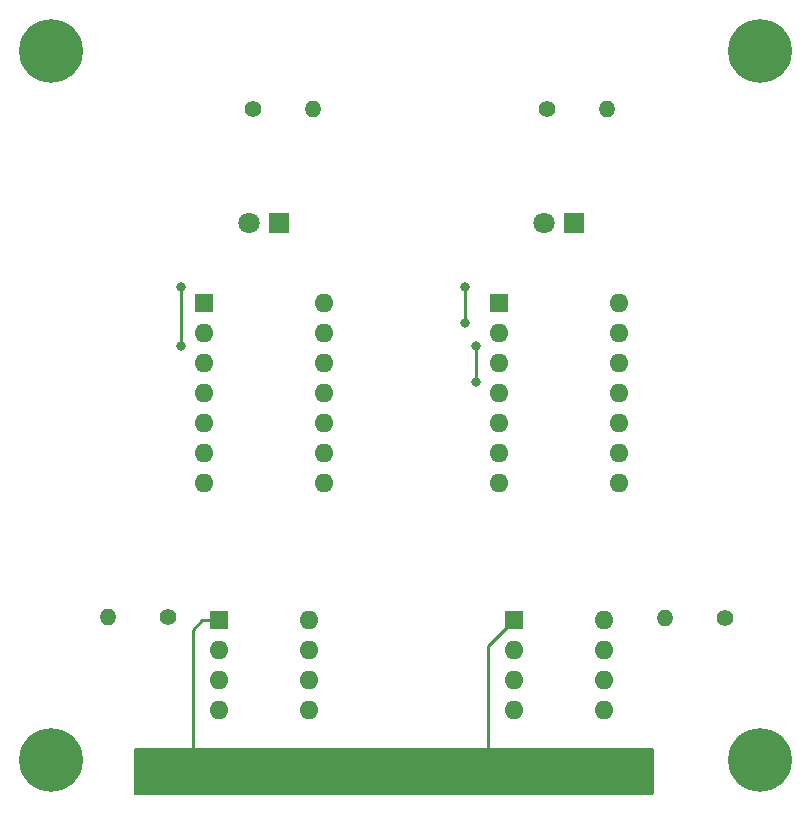
<source format=gbr>
%TF.GenerationSoftware,KiCad,Pcbnew,7.0.7*%
%TF.CreationDate,2023-10-30T18:48:05-04:00*%
%TF.ProjectId,TEJ4M-Unit-4-07,54454a34-4d2d-4556-9e69-742d342d3037,rev?*%
%TF.SameCoordinates,Original*%
%TF.FileFunction,Copper,L2,Bot*%
%TF.FilePolarity,Positive*%
%FSLAX46Y46*%
G04 Gerber Fmt 4.6, Leading zero omitted, Abs format (unit mm)*
G04 Created by KiCad (PCBNEW 7.0.7) date 2023-10-30 18:48:05*
%MOMM*%
%LPD*%
G01*
G04 APERTURE LIST*
%TA.AperFunction,ComponentPad*%
%ADD10C,1.400000*%
%TD*%
%TA.AperFunction,ComponentPad*%
%ADD11O,1.400000X1.400000*%
%TD*%
%TA.AperFunction,ComponentPad*%
%ADD12C,5.400000*%
%TD*%
%TA.AperFunction,ComponentPad*%
%ADD13R,1.600000X1.600000*%
%TD*%
%TA.AperFunction,ComponentPad*%
%ADD14O,1.600000X1.600000*%
%TD*%
%TA.AperFunction,ComponentPad*%
%ADD15C,1.800000*%
%TD*%
%TA.AperFunction,ComponentPad*%
%ADD16R,1.800000X1.800000*%
%TD*%
%TA.AperFunction,ViaPad*%
%ADD17C,0.800000*%
%TD*%
%TA.AperFunction,Conductor*%
%ADD18C,0.250000*%
%TD*%
G04 APERTURE END LIST*
D10*
%TO.P,R4,1*%
%TO.N,Net-(R4-Pad1)*%
X99900000Y-107925000D03*
D11*
%TO.P,R4,2*%
%TO.N,GND*%
X94820000Y-107925000D03*
%TD*%
D10*
%TO.P,R3,1*%
%TO.N,GND*%
X147080000Y-108000000D03*
D11*
%TO.P,R3,2*%
%TO.N,Net-(R3-Pad2)*%
X142000000Y-108000000D03*
%TD*%
%TO.P,R2,2*%
%TO.N,GND*%
X112180000Y-64925000D03*
D10*
%TO.P,R2,1*%
%TO.N,Net-(D2-K)*%
X107100000Y-64925000D03*
%TD*%
D11*
%TO.P,R1,2*%
%TO.N,GND*%
X137080000Y-64925000D03*
D10*
%TO.P,R1,1*%
%TO.N,Net-(D1-K)*%
X132000000Y-64925000D03*
%TD*%
D12*
%TO.P,H4,1,1*%
%TO.N,GND*%
X90000000Y-120000000D03*
%TD*%
%TO.P,H3,1,1*%
%TO.N,GND*%
X150000000Y-120000000D03*
%TD*%
%TO.P,H2,1,1*%
%TO.N,GND*%
X150000000Y-60000000D03*
%TD*%
%TO.P,H1,1,1*%
%TO.N,GND*%
X90000000Y-60000000D03*
%TD*%
D13*
%TO.P,U4,1*%
%TO.N,+5V*%
X129200000Y-108200000D03*
D14*
%TO.P,U4,2*%
%TO.N,N/C*%
X129200000Y-110740000D03*
%TO.P,U4,3*%
X129200000Y-113280000D03*
%TO.P,U4,4*%
X129200000Y-115820000D03*
%TO.P,U4,5*%
X136820000Y-115820000D03*
%TO.P,U4,6*%
X136820000Y-113280000D03*
%TO.P,U4,7*%
X136820000Y-110740000D03*
%TO.P,U4,8*%
%TO.N,Net-(R3-Pad2)*%
X136820000Y-108200000D03*
%TD*%
%TO.P,U3,8*%
%TO.N,Net-(R4-Pad1)*%
X111820000Y-108200000D03*
%TO.P,U3,7*%
%TO.N,N/C*%
X111820000Y-110740000D03*
%TO.P,U3,6*%
X111820000Y-113280000D03*
%TO.P,U3,5*%
X111820000Y-115820000D03*
%TO.P,U3,4*%
X104200000Y-115820000D03*
%TO.P,U3,3*%
X104200000Y-113280000D03*
%TO.P,U3,2*%
X104200000Y-110740000D03*
D13*
%TO.P,U3,1*%
%TO.N,+5V*%
X104200000Y-108200000D03*
%TD*%
D14*
%TO.P,U2,14*%
%TO.N,N/C*%
X138060000Y-81375000D03*
%TO.P,U2,13*%
X138060000Y-83915000D03*
%TO.P,U2,12*%
X138060000Y-86455000D03*
%TO.P,U2,11*%
X138060000Y-88995000D03*
%TO.P,U2,10*%
X138060000Y-91535000D03*
%TO.P,U2,9*%
X138060000Y-94075000D03*
%TO.P,U2,8*%
X138060000Y-96615000D03*
%TO.P,U2,7*%
X127900000Y-96615000D03*
%TO.P,U2,6*%
X127900000Y-94075000D03*
%TO.P,U2,5*%
X127900000Y-91535000D03*
%TO.P,U2,4*%
X127900000Y-88995000D03*
%TO.P,U2,3*%
%TO.N,Net-(D1-A)*%
X127900000Y-86455000D03*
%TO.P,U2,2*%
%TO.N,Net-(R3-Pad2)*%
X127900000Y-83915000D03*
D13*
%TO.P,U2,1*%
%TO.N,Net-(D2-A)*%
X127900000Y-81375000D03*
%TD*%
D15*
%TO.P,D2,2,A*%
%TO.N,Net-(D2-A)*%
X106710000Y-74600000D03*
D16*
%TO.P,D2,1,K*%
%TO.N,Net-(D2-K)*%
X109250000Y-74600000D03*
%TD*%
%TO.P,D1,1,K*%
%TO.N,Net-(D1-K)*%
X134250000Y-74600000D03*
D15*
%TO.P,D1,2,A*%
%TO.N,Net-(D1-A)*%
X131710000Y-74600000D03*
%TD*%
D14*
%TO.P,U1,14*%
%TO.N,N/C*%
X113060000Y-81300000D03*
%TO.P,U1,13*%
X113060000Y-83840000D03*
%TO.P,U1,12*%
X113060000Y-86380000D03*
%TO.P,U1,11*%
X113060000Y-88920000D03*
%TO.P,U1,10*%
X113060000Y-91460000D03*
%TO.P,U1,9*%
X113060000Y-94000000D03*
%TO.P,U1,8*%
X113060000Y-96540000D03*
%TO.P,U1,7*%
X102900000Y-96540000D03*
%TO.P,U1,6*%
X102900000Y-94000000D03*
%TO.P,U1,5*%
X102900000Y-91460000D03*
%TO.P,U1,4*%
X102900000Y-88920000D03*
%TO.P,U1,3*%
%TO.N,Net-(D2-A)*%
X102900000Y-86380000D03*
%TO.P,U1,2*%
%TO.N,Net-(D1-A)*%
X102900000Y-83840000D03*
D13*
%TO.P,U1,1*%
%TO.N,Net-(R4-Pad1)*%
X102900000Y-81300000D03*
%TD*%
D17*
%TO.N,Net-(D1-A)*%
X125000000Y-80000000D03*
X125000000Y-83000000D03*
%TO.N,Net-(D2-A)*%
X101000000Y-85000000D03*
X101000000Y-80000000D03*
%TO.N,Net-(R3-Pad2)*%
X126000000Y-85000000D03*
X126000000Y-88000000D03*
%TD*%
D18*
%TO.N,+5V*%
X127000000Y-110400000D02*
X127000000Y-122000000D01*
X129200000Y-108200000D02*
X127000000Y-110400000D01*
X104200000Y-108200000D02*
X102800000Y-108200000D01*
X102800000Y-108200000D02*
X102000000Y-109000000D01*
X102000000Y-109000000D02*
X102000000Y-122000000D01*
%TO.N,Net-(D1-A)*%
X125000000Y-83000000D02*
X125000000Y-80000000D01*
%TO.N,Net-(D2-A)*%
X101000000Y-85000000D02*
X101000000Y-80000000D01*
%TO.N,Net-(R3-Pad2)*%
X126000000Y-88000000D02*
X126000000Y-85000000D01*
%TD*%
%TA.AperFunction,Conductor*%
%TO.N,+5V*%
G36*
X140943039Y-119019685D02*
G01*
X140988794Y-119072489D01*
X141000000Y-119124000D01*
X141000000Y-122876000D01*
X140980315Y-122943039D01*
X140927511Y-122988794D01*
X140876000Y-123000000D01*
X97124000Y-123000000D01*
X97056961Y-122980315D01*
X97011206Y-122927511D01*
X97000000Y-122876000D01*
X97000000Y-119124000D01*
X97019685Y-119056961D01*
X97072489Y-119011206D01*
X97124000Y-119000000D01*
X140876000Y-119000000D01*
X140943039Y-119019685D01*
G37*
%TD.AperFunction*%
%TD*%
M02*

</source>
